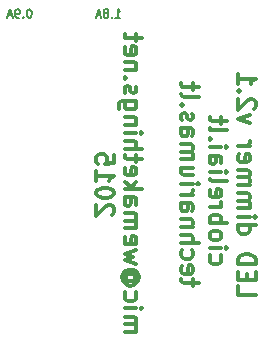
<source format=gbr>
G04 #@! TF.FileFunction,Legend,Bot*
%FSLAX46Y46*%
G04 Gerber Fmt 4.6, Leading zero omitted, Abs format (unit mm)*
G04 Created by KiCad (PCBNEW 0.201511300701+6336~38~ubuntu14.04.1-stable) date Wed 02 Dec 2015 03:53:32 PM EET*
%MOMM*%
G01*
G04 APERTURE LIST*
%ADD10C,0.100000*%
%ADD11C,0.150000*%
%ADD12C,0.300000*%
%ADD13O,2.000000X1.500000*%
%ADD14C,3.500000*%
%ADD15C,1.500000*%
%ADD16C,0.900000*%
%ADD17C,0.254000*%
G04 APERTURE END LIST*
D10*
D11*
X145200000Y-71116667D02*
X145600000Y-71116667D01*
X145400000Y-71116667D02*
X145400000Y-70416667D01*
X145466666Y-70516667D01*
X145533333Y-70583333D01*
X145600000Y-70616667D01*
X144899999Y-71050000D02*
X144866666Y-71083333D01*
X144899999Y-71116667D01*
X144933333Y-71083333D01*
X144899999Y-71050000D01*
X144899999Y-71116667D01*
X144466666Y-70716667D02*
X144533333Y-70683333D01*
X144566666Y-70650000D01*
X144600000Y-70583333D01*
X144600000Y-70550000D01*
X144566666Y-70483333D01*
X144533333Y-70450000D01*
X144466666Y-70416667D01*
X144333333Y-70416667D01*
X144266666Y-70450000D01*
X144233333Y-70483333D01*
X144200000Y-70550000D01*
X144200000Y-70583333D01*
X144233333Y-70650000D01*
X144266666Y-70683333D01*
X144333333Y-70716667D01*
X144466666Y-70716667D01*
X144533333Y-70750000D01*
X144566666Y-70783333D01*
X144600000Y-70850000D01*
X144600000Y-70983333D01*
X144566666Y-71050000D01*
X144533333Y-71083333D01*
X144466666Y-71116667D01*
X144333333Y-71116667D01*
X144266666Y-71083333D01*
X144233333Y-71050000D01*
X144200000Y-70983333D01*
X144200000Y-70850000D01*
X144233333Y-70783333D01*
X144266666Y-70750000D01*
X144333333Y-70716667D01*
X143933333Y-70916667D02*
X143599999Y-70916667D01*
X143999999Y-71116667D02*
X143766666Y-70416667D01*
X143533333Y-71116667D01*
X137933333Y-70416667D02*
X137866666Y-70416667D01*
X137800000Y-70450000D01*
X137766666Y-70483333D01*
X137733333Y-70550000D01*
X137700000Y-70683333D01*
X137700000Y-70850000D01*
X137733333Y-70983333D01*
X137766666Y-71050000D01*
X137800000Y-71083333D01*
X137866666Y-71116667D01*
X137933333Y-71116667D01*
X138000000Y-71083333D01*
X138033333Y-71050000D01*
X138066666Y-70983333D01*
X138100000Y-70850000D01*
X138100000Y-70683333D01*
X138066666Y-70550000D01*
X138033333Y-70483333D01*
X138000000Y-70450000D01*
X137933333Y-70416667D01*
X137399999Y-71050000D02*
X137366666Y-71083333D01*
X137399999Y-71116667D01*
X137433333Y-71083333D01*
X137399999Y-71050000D01*
X137399999Y-71116667D01*
X137033333Y-71116667D02*
X136900000Y-71116667D01*
X136833333Y-71083333D01*
X136800000Y-71050000D01*
X136733333Y-70950000D01*
X136700000Y-70816667D01*
X136700000Y-70550000D01*
X136733333Y-70483333D01*
X136766666Y-70450000D01*
X136833333Y-70416667D01*
X136966666Y-70416667D01*
X137033333Y-70450000D01*
X137066666Y-70483333D01*
X137100000Y-70550000D01*
X137100000Y-70716667D01*
X137066666Y-70783333D01*
X137033333Y-70816667D01*
X136966666Y-70850000D01*
X136833333Y-70850000D01*
X136766666Y-70816667D01*
X136733333Y-70783333D01*
X136700000Y-70716667D01*
X136433333Y-70916667D02*
X136099999Y-70916667D01*
X136499999Y-71116667D02*
X136266666Y-70416667D01*
X136033333Y-71116667D01*
D12*
X155571429Y-93857142D02*
X155571429Y-94571428D01*
X157071429Y-94571428D01*
X156357143Y-93357142D02*
X156357143Y-92857142D01*
X155571429Y-92642856D02*
X155571429Y-93357142D01*
X157071429Y-93357142D01*
X157071429Y-92642856D01*
X155571429Y-91999999D02*
X157071429Y-91999999D01*
X157071429Y-91642856D01*
X157000000Y-91428571D01*
X156857143Y-91285713D01*
X156714286Y-91214285D01*
X156428571Y-91142856D01*
X156214286Y-91142856D01*
X155928571Y-91214285D01*
X155785714Y-91285713D01*
X155642857Y-91428571D01*
X155571429Y-91642856D01*
X155571429Y-91999999D01*
X155571429Y-88714285D02*
X157071429Y-88714285D01*
X155642857Y-88714285D02*
X155571429Y-88857142D01*
X155571429Y-89142856D01*
X155642857Y-89285714D01*
X155714286Y-89357142D01*
X155857143Y-89428571D01*
X156285714Y-89428571D01*
X156428571Y-89357142D01*
X156500000Y-89285714D01*
X156571429Y-89142856D01*
X156571429Y-88857142D01*
X156500000Y-88714285D01*
X155571429Y-87999999D02*
X156571429Y-87999999D01*
X157071429Y-87999999D02*
X157000000Y-88071428D01*
X156928571Y-87999999D01*
X157000000Y-87928571D01*
X157071429Y-87999999D01*
X156928571Y-87999999D01*
X155571429Y-87285713D02*
X156571429Y-87285713D01*
X156428571Y-87285713D02*
X156500000Y-87214285D01*
X156571429Y-87071427D01*
X156571429Y-86857142D01*
X156500000Y-86714285D01*
X156357143Y-86642856D01*
X155571429Y-86642856D01*
X156357143Y-86642856D02*
X156500000Y-86571427D01*
X156571429Y-86428570D01*
X156571429Y-86214285D01*
X156500000Y-86071427D01*
X156357143Y-85999999D01*
X155571429Y-85999999D01*
X155571429Y-85285713D02*
X156571429Y-85285713D01*
X156428571Y-85285713D02*
X156500000Y-85214285D01*
X156571429Y-85071427D01*
X156571429Y-84857142D01*
X156500000Y-84714285D01*
X156357143Y-84642856D01*
X155571429Y-84642856D01*
X156357143Y-84642856D02*
X156500000Y-84571427D01*
X156571429Y-84428570D01*
X156571429Y-84214285D01*
X156500000Y-84071427D01*
X156357143Y-83999999D01*
X155571429Y-83999999D01*
X155642857Y-82714285D02*
X155571429Y-82857142D01*
X155571429Y-83142856D01*
X155642857Y-83285713D01*
X155785714Y-83357142D01*
X156357143Y-83357142D01*
X156500000Y-83285713D01*
X156571429Y-83142856D01*
X156571429Y-82857142D01*
X156500000Y-82714285D01*
X156357143Y-82642856D01*
X156214286Y-82642856D01*
X156071429Y-83357142D01*
X155571429Y-81999999D02*
X156571429Y-81999999D01*
X156285714Y-81999999D02*
X156428571Y-81928571D01*
X156500000Y-81857142D01*
X156571429Y-81714285D01*
X156571429Y-81571428D01*
X156571429Y-80071428D02*
X155571429Y-79714285D01*
X156571429Y-79357143D01*
X156928571Y-78857143D02*
X157000000Y-78785714D01*
X157071429Y-78642857D01*
X157071429Y-78285714D01*
X157000000Y-78142857D01*
X156928571Y-78071428D01*
X156785714Y-78000000D01*
X156642857Y-78000000D01*
X156428571Y-78071428D01*
X155571429Y-78928571D01*
X155571429Y-78000000D01*
X155714286Y-77357143D02*
X155642857Y-77285715D01*
X155571429Y-77357143D01*
X155642857Y-77428572D01*
X155714286Y-77357143D01*
X155571429Y-77357143D01*
X155571429Y-75857143D02*
X155571429Y-76714286D01*
X155571429Y-76285714D02*
X157071429Y-76285714D01*
X156857143Y-76428571D01*
X156714286Y-76571429D01*
X156642857Y-76714286D01*
X153242857Y-91250000D02*
X153171429Y-91392857D01*
X153171429Y-91678571D01*
X153242857Y-91821429D01*
X153314286Y-91892857D01*
X153457143Y-91964286D01*
X153885714Y-91964286D01*
X154028571Y-91892857D01*
X154100000Y-91821429D01*
X154171429Y-91678571D01*
X154171429Y-91392857D01*
X154100000Y-91250000D01*
X153171429Y-90607143D02*
X154171429Y-90607143D01*
X154671429Y-90607143D02*
X154600000Y-90678572D01*
X154528571Y-90607143D01*
X154600000Y-90535715D01*
X154671429Y-90607143D01*
X154528571Y-90607143D01*
X153171429Y-89678571D02*
X153242857Y-89821429D01*
X153314286Y-89892857D01*
X153457143Y-89964286D01*
X153885714Y-89964286D01*
X154028571Y-89892857D01*
X154100000Y-89821429D01*
X154171429Y-89678571D01*
X154171429Y-89464286D01*
X154100000Y-89321429D01*
X154028571Y-89250000D01*
X153885714Y-89178571D01*
X153457143Y-89178571D01*
X153314286Y-89250000D01*
X153242857Y-89321429D01*
X153171429Y-89464286D01*
X153171429Y-89678571D01*
X153171429Y-88535714D02*
X154671429Y-88535714D01*
X154100000Y-88535714D02*
X154171429Y-88392857D01*
X154171429Y-88107143D01*
X154100000Y-87964286D01*
X154028571Y-87892857D01*
X153885714Y-87821428D01*
X153457143Y-87821428D01*
X153314286Y-87892857D01*
X153242857Y-87964286D01*
X153171429Y-88107143D01*
X153171429Y-88392857D01*
X153242857Y-88535714D01*
X153171429Y-87178571D02*
X154171429Y-87178571D01*
X153885714Y-87178571D02*
X154028571Y-87107143D01*
X154100000Y-87035714D01*
X154171429Y-86892857D01*
X154171429Y-86750000D01*
X153242857Y-85678572D02*
X153171429Y-85821429D01*
X153171429Y-86107143D01*
X153242857Y-86250000D01*
X153385714Y-86321429D01*
X153957143Y-86321429D01*
X154100000Y-86250000D01*
X154171429Y-86107143D01*
X154171429Y-85821429D01*
X154100000Y-85678572D01*
X153957143Y-85607143D01*
X153814286Y-85607143D01*
X153671429Y-86321429D01*
X153171429Y-84750000D02*
X153242857Y-84892858D01*
X153385714Y-84964286D01*
X154671429Y-84964286D01*
X153171429Y-84178572D02*
X154171429Y-84178572D01*
X154671429Y-84178572D02*
X154600000Y-84250001D01*
X154528571Y-84178572D01*
X154600000Y-84107144D01*
X154671429Y-84178572D01*
X154528571Y-84178572D01*
X153171429Y-82821429D02*
X153957143Y-82821429D01*
X154100000Y-82892858D01*
X154171429Y-83035715D01*
X154171429Y-83321429D01*
X154100000Y-83464286D01*
X153242857Y-82821429D02*
X153171429Y-82964286D01*
X153171429Y-83321429D01*
X153242857Y-83464286D01*
X153385714Y-83535715D01*
X153528571Y-83535715D01*
X153671429Y-83464286D01*
X153742857Y-83321429D01*
X153742857Y-82964286D01*
X153814286Y-82821429D01*
X153171429Y-82107143D02*
X154171429Y-82107143D01*
X154671429Y-82107143D02*
X154600000Y-82178572D01*
X154528571Y-82107143D01*
X154600000Y-82035715D01*
X154671429Y-82107143D01*
X154528571Y-82107143D01*
X153314286Y-81392857D02*
X153242857Y-81321429D01*
X153171429Y-81392857D01*
X153242857Y-81464286D01*
X153314286Y-81392857D01*
X153171429Y-81392857D01*
X153171429Y-80464285D02*
X153242857Y-80607143D01*
X153385714Y-80678571D01*
X154671429Y-80678571D01*
X154171429Y-80107143D02*
X154171429Y-79535714D01*
X154671429Y-79892857D02*
X153385714Y-79892857D01*
X153242857Y-79821429D01*
X153171429Y-79678571D01*
X153171429Y-79535714D01*
X151771429Y-93821429D02*
X151771429Y-93250000D01*
X152271429Y-93607143D02*
X150985714Y-93607143D01*
X150842857Y-93535715D01*
X150771429Y-93392857D01*
X150771429Y-93250000D01*
X150842857Y-92178572D02*
X150771429Y-92321429D01*
X150771429Y-92607143D01*
X150842857Y-92750000D01*
X150985714Y-92821429D01*
X151557143Y-92821429D01*
X151700000Y-92750000D01*
X151771429Y-92607143D01*
X151771429Y-92321429D01*
X151700000Y-92178572D01*
X151557143Y-92107143D01*
X151414286Y-92107143D01*
X151271429Y-92821429D01*
X150842857Y-90821429D02*
X150771429Y-90964286D01*
X150771429Y-91250000D01*
X150842857Y-91392858D01*
X150914286Y-91464286D01*
X151057143Y-91535715D01*
X151485714Y-91535715D01*
X151628571Y-91464286D01*
X151700000Y-91392858D01*
X151771429Y-91250000D01*
X151771429Y-90964286D01*
X151700000Y-90821429D01*
X150771429Y-90178572D02*
X152271429Y-90178572D01*
X150771429Y-89535715D02*
X151557143Y-89535715D01*
X151700000Y-89607144D01*
X151771429Y-89750001D01*
X151771429Y-89964286D01*
X151700000Y-90107144D01*
X151628571Y-90178572D01*
X151771429Y-88821429D02*
X150771429Y-88821429D01*
X151628571Y-88821429D02*
X151700000Y-88750001D01*
X151771429Y-88607143D01*
X151771429Y-88392858D01*
X151700000Y-88250001D01*
X151557143Y-88178572D01*
X150771429Y-88178572D01*
X150771429Y-86821429D02*
X151557143Y-86821429D01*
X151700000Y-86892858D01*
X151771429Y-87035715D01*
X151771429Y-87321429D01*
X151700000Y-87464286D01*
X150842857Y-86821429D02*
X150771429Y-86964286D01*
X150771429Y-87321429D01*
X150842857Y-87464286D01*
X150985714Y-87535715D01*
X151128571Y-87535715D01*
X151271429Y-87464286D01*
X151342857Y-87321429D01*
X151342857Y-86964286D01*
X151414286Y-86821429D01*
X150771429Y-86107143D02*
X151771429Y-86107143D01*
X151485714Y-86107143D02*
X151628571Y-86035715D01*
X151700000Y-85964286D01*
X151771429Y-85821429D01*
X151771429Y-85678572D01*
X150771429Y-85178572D02*
X151771429Y-85178572D01*
X152271429Y-85178572D02*
X152200000Y-85250001D01*
X152128571Y-85178572D01*
X152200000Y-85107144D01*
X152271429Y-85178572D01*
X152128571Y-85178572D01*
X151771429Y-83821429D02*
X150771429Y-83821429D01*
X151771429Y-84464286D02*
X150985714Y-84464286D01*
X150842857Y-84392858D01*
X150771429Y-84250000D01*
X150771429Y-84035715D01*
X150842857Y-83892858D01*
X150914286Y-83821429D01*
X150771429Y-83107143D02*
X151771429Y-83107143D01*
X151628571Y-83107143D02*
X151700000Y-83035715D01*
X151771429Y-82892857D01*
X151771429Y-82678572D01*
X151700000Y-82535715D01*
X151557143Y-82464286D01*
X150771429Y-82464286D01*
X151557143Y-82464286D02*
X151700000Y-82392857D01*
X151771429Y-82250000D01*
X151771429Y-82035715D01*
X151700000Y-81892857D01*
X151557143Y-81821429D01*
X150771429Y-81821429D01*
X150771429Y-80464286D02*
X151557143Y-80464286D01*
X151700000Y-80535715D01*
X151771429Y-80678572D01*
X151771429Y-80964286D01*
X151700000Y-81107143D01*
X150842857Y-80464286D02*
X150771429Y-80607143D01*
X150771429Y-80964286D01*
X150842857Y-81107143D01*
X150985714Y-81178572D01*
X151128571Y-81178572D01*
X151271429Y-81107143D01*
X151342857Y-80964286D01*
X151342857Y-80607143D01*
X151414286Y-80464286D01*
X150842857Y-79821429D02*
X150771429Y-79678572D01*
X150771429Y-79392857D01*
X150842857Y-79250000D01*
X150985714Y-79178572D01*
X151057143Y-79178572D01*
X151200000Y-79250000D01*
X151271429Y-79392857D01*
X151271429Y-79607143D01*
X151342857Y-79750000D01*
X151485714Y-79821429D01*
X151557143Y-79821429D01*
X151700000Y-79750000D01*
X151771429Y-79607143D01*
X151771429Y-79392857D01*
X151700000Y-79250000D01*
X150914286Y-78535714D02*
X150842857Y-78464286D01*
X150771429Y-78535714D01*
X150842857Y-78607143D01*
X150914286Y-78535714D01*
X150771429Y-78535714D01*
X150771429Y-77607142D02*
X150842857Y-77750000D01*
X150985714Y-77821428D01*
X152271429Y-77821428D01*
X151771429Y-77250000D02*
X151771429Y-76678571D01*
X152271429Y-77035714D02*
X150985714Y-77035714D01*
X150842857Y-76964286D01*
X150771429Y-76821428D01*
X150771429Y-76678571D01*
X145971429Y-97750000D02*
X146971429Y-97750000D01*
X146828571Y-97750000D02*
X146900000Y-97678572D01*
X146971429Y-97535714D01*
X146971429Y-97321429D01*
X146900000Y-97178572D01*
X146757143Y-97107143D01*
X145971429Y-97107143D01*
X146757143Y-97107143D02*
X146900000Y-97035714D01*
X146971429Y-96892857D01*
X146971429Y-96678572D01*
X146900000Y-96535714D01*
X146757143Y-96464286D01*
X145971429Y-96464286D01*
X145971429Y-95750000D02*
X146971429Y-95750000D01*
X147471429Y-95750000D02*
X147400000Y-95821429D01*
X147328571Y-95750000D01*
X147400000Y-95678572D01*
X147471429Y-95750000D01*
X147328571Y-95750000D01*
X146042857Y-94392857D02*
X145971429Y-94535714D01*
X145971429Y-94821428D01*
X146042857Y-94964286D01*
X146114286Y-95035714D01*
X146257143Y-95107143D01*
X146685714Y-95107143D01*
X146828571Y-95035714D01*
X146900000Y-94964286D01*
X146971429Y-94821428D01*
X146971429Y-94535714D01*
X146900000Y-94392857D01*
X146685714Y-92821429D02*
X146757143Y-92892857D01*
X146828571Y-93035714D01*
X146828571Y-93178572D01*
X146757143Y-93321429D01*
X146685714Y-93392857D01*
X146542857Y-93464286D01*
X146400000Y-93464286D01*
X146257143Y-93392857D01*
X146185714Y-93321429D01*
X146114286Y-93178572D01*
X146114286Y-93035714D01*
X146185714Y-92892857D01*
X146257143Y-92821429D01*
X146828571Y-92821429D02*
X146257143Y-92821429D01*
X146185714Y-92750000D01*
X146185714Y-92678572D01*
X146257143Y-92535714D01*
X146400000Y-92464286D01*
X146757143Y-92464286D01*
X146971429Y-92607143D01*
X147114286Y-92821429D01*
X147185714Y-93107143D01*
X147114286Y-93392857D01*
X146971429Y-93607143D01*
X146757143Y-93750000D01*
X146471429Y-93821429D01*
X146185714Y-93750000D01*
X145971429Y-93607143D01*
X145828571Y-93392857D01*
X145757143Y-93107143D01*
X145828571Y-92821429D01*
X145971429Y-92607143D01*
X146971429Y-91964286D02*
X145971429Y-91678572D01*
X146685714Y-91392858D01*
X145971429Y-91107143D01*
X146971429Y-90821429D01*
X146042857Y-89678572D02*
X145971429Y-89821429D01*
X145971429Y-90107143D01*
X146042857Y-90250000D01*
X146185714Y-90321429D01*
X146757143Y-90321429D01*
X146900000Y-90250000D01*
X146971429Y-90107143D01*
X146971429Y-89821429D01*
X146900000Y-89678572D01*
X146757143Y-89607143D01*
X146614286Y-89607143D01*
X146471429Y-90321429D01*
X145971429Y-88964286D02*
X146971429Y-88964286D01*
X146828571Y-88964286D02*
X146900000Y-88892858D01*
X146971429Y-88750000D01*
X146971429Y-88535715D01*
X146900000Y-88392858D01*
X146757143Y-88321429D01*
X145971429Y-88321429D01*
X146757143Y-88321429D02*
X146900000Y-88250000D01*
X146971429Y-88107143D01*
X146971429Y-87892858D01*
X146900000Y-87750000D01*
X146757143Y-87678572D01*
X145971429Y-87678572D01*
X145971429Y-86321429D02*
X146757143Y-86321429D01*
X146900000Y-86392858D01*
X146971429Y-86535715D01*
X146971429Y-86821429D01*
X146900000Y-86964286D01*
X146042857Y-86321429D02*
X145971429Y-86464286D01*
X145971429Y-86821429D01*
X146042857Y-86964286D01*
X146185714Y-87035715D01*
X146328571Y-87035715D01*
X146471429Y-86964286D01*
X146542857Y-86821429D01*
X146542857Y-86464286D01*
X146614286Y-86321429D01*
X145971429Y-85607143D02*
X147471429Y-85607143D01*
X146542857Y-85464286D02*
X145971429Y-85035715D01*
X146971429Y-85035715D02*
X146400000Y-85607143D01*
X146042857Y-83821429D02*
X145971429Y-83964286D01*
X145971429Y-84250000D01*
X146042857Y-84392857D01*
X146185714Y-84464286D01*
X146757143Y-84464286D01*
X146900000Y-84392857D01*
X146971429Y-84250000D01*
X146971429Y-83964286D01*
X146900000Y-83821429D01*
X146757143Y-83750000D01*
X146614286Y-83750000D01*
X146471429Y-84464286D01*
X146971429Y-83321429D02*
X146971429Y-82750000D01*
X147471429Y-83107143D02*
X146185714Y-83107143D01*
X146042857Y-83035715D01*
X145971429Y-82892857D01*
X145971429Y-82750000D01*
X145971429Y-82250000D02*
X147471429Y-82250000D01*
X145971429Y-81607143D02*
X146757143Y-81607143D01*
X146900000Y-81678572D01*
X146971429Y-81821429D01*
X146971429Y-82035714D01*
X146900000Y-82178572D01*
X146828571Y-82250000D01*
X145971429Y-80892857D02*
X146971429Y-80892857D01*
X147471429Y-80892857D02*
X147400000Y-80964286D01*
X147328571Y-80892857D01*
X147400000Y-80821429D01*
X147471429Y-80892857D01*
X147328571Y-80892857D01*
X146971429Y-80178571D02*
X145971429Y-80178571D01*
X146828571Y-80178571D02*
X146900000Y-80107143D01*
X146971429Y-79964285D01*
X146971429Y-79750000D01*
X146900000Y-79607143D01*
X146757143Y-79535714D01*
X145971429Y-79535714D01*
X146971429Y-78178571D02*
X145757143Y-78178571D01*
X145614286Y-78250000D01*
X145542857Y-78321428D01*
X145471429Y-78464285D01*
X145471429Y-78678571D01*
X145542857Y-78821428D01*
X146042857Y-78178571D02*
X145971429Y-78321428D01*
X145971429Y-78607142D01*
X146042857Y-78750000D01*
X146114286Y-78821428D01*
X146257143Y-78892857D01*
X146685714Y-78892857D01*
X146828571Y-78821428D01*
X146900000Y-78750000D01*
X146971429Y-78607142D01*
X146971429Y-78321428D01*
X146900000Y-78178571D01*
X146042857Y-77535714D02*
X145971429Y-77392857D01*
X145971429Y-77107142D01*
X146042857Y-76964285D01*
X146185714Y-76892857D01*
X146257143Y-76892857D01*
X146400000Y-76964285D01*
X146471429Y-77107142D01*
X146471429Y-77321428D01*
X146542857Y-77464285D01*
X146685714Y-77535714D01*
X146757143Y-77535714D01*
X146900000Y-77464285D01*
X146971429Y-77321428D01*
X146971429Y-77107142D01*
X146900000Y-76964285D01*
X146114286Y-76249999D02*
X146042857Y-76178571D01*
X145971429Y-76249999D01*
X146042857Y-76321428D01*
X146114286Y-76249999D01*
X145971429Y-76249999D01*
X146971429Y-75535713D02*
X145971429Y-75535713D01*
X146828571Y-75535713D02*
X146900000Y-75464285D01*
X146971429Y-75321427D01*
X146971429Y-75107142D01*
X146900000Y-74964285D01*
X146757143Y-74892856D01*
X145971429Y-74892856D01*
X146042857Y-73607142D02*
X145971429Y-73749999D01*
X145971429Y-74035713D01*
X146042857Y-74178570D01*
X146185714Y-74249999D01*
X146757143Y-74249999D01*
X146900000Y-74178570D01*
X146971429Y-74035713D01*
X146971429Y-73749999D01*
X146900000Y-73607142D01*
X146757143Y-73535713D01*
X146614286Y-73535713D01*
X146471429Y-74249999D01*
X146971429Y-73107142D02*
X146971429Y-72535713D01*
X147471429Y-72892856D02*
X146185714Y-72892856D01*
X146042857Y-72821428D01*
X145971429Y-72678570D01*
X145971429Y-72535713D01*
X144928571Y-87821428D02*
X145000000Y-87749999D01*
X145071429Y-87607142D01*
X145071429Y-87249999D01*
X145000000Y-87107142D01*
X144928571Y-87035713D01*
X144785714Y-86964285D01*
X144642857Y-86964285D01*
X144428571Y-87035713D01*
X143571429Y-87892856D01*
X143571429Y-86964285D01*
X145071429Y-86035714D02*
X145071429Y-85892857D01*
X145000000Y-85750000D01*
X144928571Y-85678571D01*
X144785714Y-85607142D01*
X144500000Y-85535714D01*
X144142857Y-85535714D01*
X143857143Y-85607142D01*
X143714286Y-85678571D01*
X143642857Y-85750000D01*
X143571429Y-85892857D01*
X143571429Y-86035714D01*
X143642857Y-86178571D01*
X143714286Y-86250000D01*
X143857143Y-86321428D01*
X144142857Y-86392857D01*
X144500000Y-86392857D01*
X144785714Y-86321428D01*
X144928571Y-86250000D01*
X145000000Y-86178571D01*
X145071429Y-86035714D01*
X143571429Y-84107143D02*
X143571429Y-84964286D01*
X143571429Y-84535714D02*
X145071429Y-84535714D01*
X144857143Y-84678571D01*
X144714286Y-84821429D01*
X144642857Y-84964286D01*
X145071429Y-82750000D02*
X145071429Y-83464286D01*
X144357143Y-83535715D01*
X144428571Y-83464286D01*
X144500000Y-83321429D01*
X144500000Y-82964286D01*
X144428571Y-82821429D01*
X144357143Y-82750000D01*
X144214286Y-82678572D01*
X143857143Y-82678572D01*
X143714286Y-82750000D01*
X143642857Y-82821429D01*
X143571429Y-82964286D01*
X143571429Y-83321429D01*
X143642857Y-83464286D01*
X143714286Y-83535715D01*
%LPC*%
D13*
X135100000Y-82700000D03*
X135100000Y-85200000D03*
X135100000Y-87700000D03*
D14*
X142100000Y-80400000D03*
X142100000Y-90000000D03*
D15*
X123750000Y-98650000D03*
X123750000Y-93650000D03*
D16*
X142250000Y-73250000D03*
X139250000Y-73250000D03*
D17*
G36*
X123873000Y-90623000D02*
X110127000Y-90623000D01*
X110127000Y-70127000D01*
X123873000Y-70127000D01*
X123873000Y-90623000D01*
X123873000Y-90623000D01*
G37*
X123873000Y-90623000D02*
X110127000Y-90623000D01*
X110127000Y-70127000D01*
X123873000Y-70127000D01*
X123873000Y-90623000D01*
M02*

</source>
